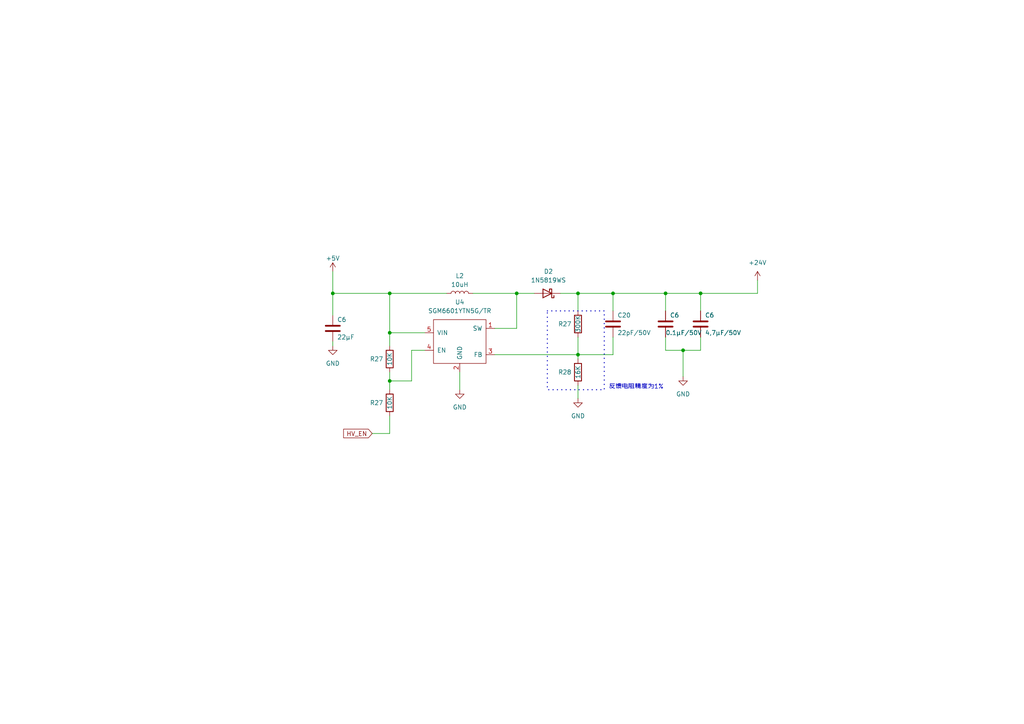
<source format=kicad_sch>
(kicad_sch (version 20230121) (generator eeschema)

  (uuid c4be5d85-fbd5-472f-a56c-e10795e7f281)

  (paper "A4")

  (title_block
    (title "ChronoVolt_Control")
    (date "2023-10-07")
    (rev "0.1")
    (company "Final Resolution")
  )

  (lib_symbols
    (symbol "ChronoVolt_Lib:SGM6601YTN5G/TR" (pin_names (offset 1.016)) (in_bom yes) (on_board yes)
      (property "Reference" "U" (at 0 7.62 0)
        (effects (font (size 1.27 1.27)))
      )
      (property "Value" "SGM6601YTN5G/TR" (at 0 10.16 0)
        (effects (font (size 1.27 1.27)))
      )
      (property "Footprint" "Package_TO_SOT_SMD:TSOT-23-5" (at 0 12.7 0)
        (effects (font (size 1.27 1.27)) hide)
      )
      (property "Datasheet" "" (at 0 -2.032 0)
        (effects (font (size 1.27 1.27)) hide)
      )
      (symbol "SGM6601YTN5G/TR_1_1"
        (rectangle (start -7.62 6.35) (end 7.62 -6.35)
          (stroke (width 0.1524) (type default))
          (fill (type none))
        )
        (pin input line (at 10.16 3.81 180) (length 2.54)
          (name "SW" (effects (font (size 1.27 1.27))))
          (number "1" (effects (font (size 1.27 1.27))))
        )
        (pin input line (at 0 -8.89 90) (length 2.54)
          (name "GND" (effects (font (size 1.27 1.27))))
          (number "2" (effects (font (size 1.27 1.27))))
        )
        (pin input line (at 10.16 -3.81 180) (length 2.54)
          (name "FB" (effects (font (size 1.27 1.27))))
          (number "3" (effects (font (size 1.27 1.27))))
        )
        (pin input line (at -10.16 -2.54 0) (length 2.54)
          (name "EN" (effects (font (size 1.27 1.27))))
          (number "4" (effects (font (size 1.27 1.27))))
        )
        (pin input line (at -10.16 2.54 0) (length 2.54)
          (name "VIN" (effects (font (size 1.27 1.27))))
          (number "5" (effects (font (size 1.27 1.27))))
        )
      )
    )
    (symbol "Device:C" (pin_numbers hide) (pin_names (offset 0.254)) (in_bom yes) (on_board yes)
      (property "Reference" "C" (at 0.635 2.54 0)
        (effects (font (size 1.27 1.27)) (justify left))
      )
      (property "Value" "C" (at 0.635 -2.54 0)
        (effects (font (size 1.27 1.27)) (justify left))
      )
      (property "Footprint" "" (at 0.9652 -3.81 0)
        (effects (font (size 1.27 1.27)) hide)
      )
      (property "Datasheet" "~" (at 0 0 0)
        (effects (font (size 1.27 1.27)) hide)
      )
      (property "ki_keywords" "cap capacitor" (at 0 0 0)
        (effects (font (size 1.27 1.27)) hide)
      )
      (property "ki_description" "Unpolarized capacitor" (at 0 0 0)
        (effects (font (size 1.27 1.27)) hide)
      )
      (property "ki_fp_filters" "C_*" (at 0 0 0)
        (effects (font (size 1.27 1.27)) hide)
      )
      (symbol "C_0_1"
        (polyline
          (pts
            (xy -2.032 -0.762)
            (xy 2.032 -0.762)
          )
          (stroke (width 0.508) (type default))
          (fill (type none))
        )
        (polyline
          (pts
            (xy -2.032 0.762)
            (xy 2.032 0.762)
          )
          (stroke (width 0.508) (type default))
          (fill (type none))
        )
      )
      (symbol "C_1_1"
        (pin passive line (at 0 3.81 270) (length 2.794)
          (name "~" (effects (font (size 1.27 1.27))))
          (number "1" (effects (font (size 1.27 1.27))))
        )
        (pin passive line (at 0 -3.81 90) (length 2.794)
          (name "~" (effects (font (size 1.27 1.27))))
          (number "2" (effects (font (size 1.27 1.27))))
        )
      )
    )
    (symbol "Device:L" (pin_numbers hide) (pin_names (offset 1.016) hide) (in_bom yes) (on_board yes)
      (property "Reference" "L" (at -1.27 0 90)
        (effects (font (size 1.27 1.27)))
      )
      (property "Value" "L" (at 1.905 0 90)
        (effects (font (size 1.27 1.27)))
      )
      (property "Footprint" "" (at 0 0 0)
        (effects (font (size 1.27 1.27)) hide)
      )
      (property "Datasheet" "~" (at 0 0 0)
        (effects (font (size 1.27 1.27)) hide)
      )
      (property "ki_keywords" "inductor choke coil reactor magnetic" (at 0 0 0)
        (effects (font (size 1.27 1.27)) hide)
      )
      (property "ki_description" "Inductor" (at 0 0 0)
        (effects (font (size 1.27 1.27)) hide)
      )
      (property "ki_fp_filters" "Choke_* *Coil* Inductor_* L_*" (at 0 0 0)
        (effects (font (size 1.27 1.27)) hide)
      )
      (symbol "L_0_1"
        (arc (start 0 -2.54) (mid 0.6323 -1.905) (end 0 -1.27)
          (stroke (width 0) (type default))
          (fill (type none))
        )
        (arc (start 0 -1.27) (mid 0.6323 -0.635) (end 0 0)
          (stroke (width 0) (type default))
          (fill (type none))
        )
        (arc (start 0 0) (mid 0.6323 0.635) (end 0 1.27)
          (stroke (width 0) (type default))
          (fill (type none))
        )
        (arc (start 0 1.27) (mid 0.6323 1.905) (end 0 2.54)
          (stroke (width 0) (type default))
          (fill (type none))
        )
      )
      (symbol "L_1_1"
        (pin passive line (at 0 3.81 270) (length 1.27)
          (name "1" (effects (font (size 1.27 1.27))))
          (number "1" (effects (font (size 1.27 1.27))))
        )
        (pin passive line (at 0 -3.81 90) (length 1.27)
          (name "2" (effects (font (size 1.27 1.27))))
          (number "2" (effects (font (size 1.27 1.27))))
        )
      )
    )
    (symbol "Device:R" (pin_numbers hide) (pin_names (offset 0)) (in_bom yes) (on_board yes)
      (property "Reference" "R" (at 2.032 0 90)
        (effects (font (size 1.27 1.27)))
      )
      (property "Value" "R" (at 0 0 90)
        (effects (font (size 1.27 1.27)))
      )
      (property "Footprint" "" (at -1.778 0 90)
        (effects (font (size 1.27 1.27)) hide)
      )
      (property "Datasheet" "~" (at 0 0 0)
        (effects (font (size 1.27 1.27)) hide)
      )
      (property "ki_keywords" "R res resistor" (at 0 0 0)
        (effects (font (size 1.27 1.27)) hide)
      )
      (property "ki_description" "Resistor" (at 0 0 0)
        (effects (font (size 1.27 1.27)) hide)
      )
      (property "ki_fp_filters" "R_*" (at 0 0 0)
        (effects (font (size 1.27 1.27)) hide)
      )
      (symbol "R_0_1"
        (rectangle (start -1.016 -2.54) (end 1.016 2.54)
          (stroke (width 0.254) (type default))
          (fill (type none))
        )
      )
      (symbol "R_1_1"
        (pin passive line (at 0 3.81 270) (length 1.27)
          (name "~" (effects (font (size 1.27 1.27))))
          (number "1" (effects (font (size 1.27 1.27))))
        )
        (pin passive line (at 0 -3.81 90) (length 1.27)
          (name "~" (effects (font (size 1.27 1.27))))
          (number "2" (effects (font (size 1.27 1.27))))
        )
      )
    )
    (symbol "Diode:1N5819WS" (pin_numbers hide) (pin_names (offset 1.016) hide) (in_bom yes) (on_board yes)
      (property "Reference" "D" (at 0 2.54 0)
        (effects (font (size 1.27 1.27)))
      )
      (property "Value" "1N5819WS" (at 0 -2.54 0)
        (effects (font (size 1.27 1.27)))
      )
      (property "Footprint" "Diode_SMD:D_SOD-323" (at 0 -4.445 0)
        (effects (font (size 1.27 1.27)) hide)
      )
      (property "Datasheet" "https://datasheet.lcsc.com/lcsc/2204281430_Guangdong-Hottech-1N5819WS_C191023.pdf" (at 0 0 0)
        (effects (font (size 1.27 1.27)) hide)
      )
      (property "ki_keywords" "diode Schottky" (at 0 0 0)
        (effects (font (size 1.27 1.27)) hide)
      )
      (property "ki_description" "40V 600mV@1A 1A SOD-323 Schottky Barrier Diodes, SOD-323" (at 0 0 0)
        (effects (font (size 1.27 1.27)) hide)
      )
      (property "ki_fp_filters" "D*SOD?323*" (at 0 0 0)
        (effects (font (size 1.27 1.27)) hide)
      )
      (symbol "1N5819WS_0_1"
        (polyline
          (pts
            (xy 1.27 0)
            (xy -1.27 0)
          )
          (stroke (width 0) (type default))
          (fill (type none))
        )
        (polyline
          (pts
            (xy 1.27 1.27)
            (xy 1.27 -1.27)
            (xy -1.27 0)
            (xy 1.27 1.27)
          )
          (stroke (width 0.254) (type default))
          (fill (type none))
        )
        (polyline
          (pts
            (xy -1.905 0.635)
            (xy -1.905 1.27)
            (xy -1.27 1.27)
            (xy -1.27 -1.27)
            (xy -0.635 -1.27)
            (xy -0.635 -0.635)
          )
          (stroke (width 0.254) (type default))
          (fill (type none))
        )
      )
      (symbol "1N5819WS_1_1"
        (pin passive line (at -3.81 0 0) (length 2.54)
          (name "K" (effects (font (size 1.27 1.27))))
          (number "1" (effects (font (size 1.27 1.27))))
        )
        (pin passive line (at 3.81 0 180) (length 2.54)
          (name "A" (effects (font (size 1.27 1.27))))
          (number "2" (effects (font (size 1.27 1.27))))
        )
      )
    )
    (symbol "power:+24V" (power) (pin_names (offset 0)) (in_bom yes) (on_board yes)
      (property "Reference" "#PWR" (at 0 -3.81 0)
        (effects (font (size 1.27 1.27)) hide)
      )
      (property "Value" "+24V" (at 0 3.556 0)
        (effects (font (size 1.27 1.27)))
      )
      (property "Footprint" "" (at 0 0 0)
        (effects (font (size 1.27 1.27)) hide)
      )
      (property "Datasheet" "" (at 0 0 0)
        (effects (font (size 1.27 1.27)) hide)
      )
      (property "ki_keywords" "global power" (at 0 0 0)
        (effects (font (size 1.27 1.27)) hide)
      )
      (property "ki_description" "Power symbol creates a global label with name \"+24V\"" (at 0 0 0)
        (effects (font (size 1.27 1.27)) hide)
      )
      (symbol "+24V_0_1"
        (polyline
          (pts
            (xy -0.762 1.27)
            (xy 0 2.54)
          )
          (stroke (width 0) (type default))
          (fill (type none))
        )
        (polyline
          (pts
            (xy 0 0)
            (xy 0 2.54)
          )
          (stroke (width 0) (type default))
          (fill (type none))
        )
        (polyline
          (pts
            (xy 0 2.54)
            (xy 0.762 1.27)
          )
          (stroke (width 0) (type default))
          (fill (type none))
        )
      )
      (symbol "+24V_1_1"
        (pin power_in line (at 0 0 90) (length 0) hide
          (name "+24V" (effects (font (size 1.27 1.27))))
          (number "1" (effects (font (size 1.27 1.27))))
        )
      )
    )
    (symbol "power:+5V" (power) (pin_names (offset 0)) (in_bom yes) (on_board yes)
      (property "Reference" "#PWR" (at 0 -3.81 0)
        (effects (font (size 1.27 1.27)) hide)
      )
      (property "Value" "+5V" (at 0 3.556 0)
        (effects (font (size 1.27 1.27)))
      )
      (property "Footprint" "" (at 0 0 0)
        (effects (font (size 1.27 1.27)) hide)
      )
      (property "Datasheet" "" (at 0 0 0)
        (effects (font (size 1.27 1.27)) hide)
      )
      (property "ki_keywords" "power-flag" (at 0 0 0)
        (effects (font (size 1.27 1.27)) hide)
      )
      (property "ki_description" "Power symbol creates a global label with name \"+5V\"" (at 0 0 0)
        (effects (font (size 1.27 1.27)) hide)
      )
      (symbol "+5V_0_1"
        (polyline
          (pts
            (xy -0.762 1.27)
            (xy 0 2.54)
          )
          (stroke (width 0) (type default))
          (fill (type none))
        )
        (polyline
          (pts
            (xy 0 0)
            (xy 0 2.54)
          )
          (stroke (width 0) (type default))
          (fill (type none))
        )
        (polyline
          (pts
            (xy 0 2.54)
            (xy 0.762 1.27)
          )
          (stroke (width 0) (type default))
          (fill (type none))
        )
      )
      (symbol "+5V_1_1"
        (pin power_in line (at 0 0 90) (length 0) hide
          (name "+5V" (effects (font (size 1.27 1.27))))
          (number "1" (effects (font (size 1.27 1.27))))
        )
      )
    )
    (symbol "power:GND" (power) (pin_names (offset 0)) (in_bom yes) (on_board yes)
      (property "Reference" "#PWR" (at 0 -6.35 0)
        (effects (font (size 1.27 1.27)) hide)
      )
      (property "Value" "GND" (at 0 -3.81 0)
        (effects (font (size 1.27 1.27)))
      )
      (property "Footprint" "" (at 0 0 0)
        (effects (font (size 1.27 1.27)) hide)
      )
      (property "Datasheet" "" (at 0 0 0)
        (effects (font (size 1.27 1.27)) hide)
      )
      (property "ki_keywords" "global power" (at 0 0 0)
        (effects (font (size 1.27 1.27)) hide)
      )
      (property "ki_description" "Power symbol creates a global label with name \"GND\" , ground" (at 0 0 0)
        (effects (font (size 1.27 1.27)) hide)
      )
      (symbol "GND_0_1"
        (polyline
          (pts
            (xy 0 0)
            (xy 0 -1.27)
            (xy 1.27 -1.27)
            (xy 0 -2.54)
            (xy -1.27 -1.27)
            (xy 0 -1.27)
          )
          (stroke (width 0) (type default))
          (fill (type none))
        )
      )
      (symbol "GND_1_1"
        (pin power_in line (at 0 0 270) (length 0) hide
          (name "GND" (effects (font (size 1.27 1.27))))
          (number "1" (effects (font (size 1.27 1.27))))
        )
      )
    )
  )

  (junction (at 96.52 85.09) (diameter 0) (color 0 0 0 0)
    (uuid 125169d1-b6f9-4ad4-975a-7a9fda85c30c)
  )
  (junction (at 113.03 96.52) (diameter 0) (color 0 0 0 0)
    (uuid 4d143e95-e9bf-4dd5-8e8f-b3d3250c489f)
  )
  (junction (at 203.2 85.09) (diameter 0) (color 0 0 0 0)
    (uuid 7518fb6c-a3fb-49c5-867c-31729fd3b7d4)
  )
  (junction (at 177.8 85.09) (diameter 0) (color 0 0 0 0)
    (uuid 7882c320-858d-4a4c-8873-79d351a5c99e)
  )
  (junction (at 167.64 85.09) (diameter 0) (color 0 0 0 0)
    (uuid 80e5e4ab-0261-489d-b911-f41b56aeb490)
  )
  (junction (at 167.64 102.87) (diameter 0) (color 0 0 0 0)
    (uuid b29cd824-f518-4647-9687-7b12e3c40296)
  )
  (junction (at 113.03 85.09) (diameter 0) (color 0 0 0 0)
    (uuid d40bd037-7a58-4a2b-8f79-49b2031c0804)
  )
  (junction (at 193.04 85.09) (diameter 0) (color 0 0 0 0)
    (uuid e304d70c-48c5-4b8d-927d-8006a849a288)
  )
  (junction (at 198.12 101.6) (diameter 0) (color 0 0 0 0)
    (uuid e6bd2ccb-4780-4ea0-8146-ee4a02c75d19)
  )
  (junction (at 113.03 110.49) (diameter 0) (color 0 0 0 0)
    (uuid f1e0f66e-6192-4924-b5db-0d7db448a0c0)
  )
  (junction (at 149.86 85.09) (diameter 0) (color 0 0 0 0)
    (uuid fa68bc41-76e7-4718-825f-367c36dd4a50)
  )

  (wire (pts (xy 177.8 90.17) (xy 177.8 85.09))
    (stroke (width 0) (type default))
    (uuid 00e87074-07a8-4a0d-95fc-77874d10e7bc)
  )
  (wire (pts (xy 113.03 110.49) (xy 113.03 113.03))
    (stroke (width 0) (type default))
    (uuid 05c57016-9b00-4c12-bc7b-3e3b423e80c7)
  )
  (wire (pts (xy 149.86 95.25) (xy 149.86 85.09))
    (stroke (width 0) (type default))
    (uuid 06c20e52-5e9a-4920-9b73-cacda301a89e)
  )
  (wire (pts (xy 129.54 85.09) (xy 113.03 85.09))
    (stroke (width 0) (type default))
    (uuid 07766cc9-a30a-4ce1-8d4a-07f7327b7b32)
  )
  (wire (pts (xy 96.52 99.06) (xy 96.52 100.33))
    (stroke (width 0) (type default))
    (uuid 13891f9c-1a21-4aab-a670-ced1c3f105ed)
  )
  (wire (pts (xy 137.16 85.09) (xy 149.86 85.09))
    (stroke (width 0) (type default))
    (uuid 190a63d9-46fd-400b-9bc0-9e479388103f)
  )
  (wire (pts (xy 198.12 101.6) (xy 193.04 101.6))
    (stroke (width 0) (type default))
    (uuid 1b81eef8-0355-4514-9852-5670b469203f)
  )
  (wire (pts (xy 193.04 85.09) (xy 203.2 85.09))
    (stroke (width 0) (type default))
    (uuid 1ba852a6-029f-40e6-a453-6cccd33957b2)
  )
  (wire (pts (xy 219.71 85.09) (xy 219.71 81.28))
    (stroke (width 0) (type default))
    (uuid 27d0e519-6d90-4dd7-86d1-5b41823f97bf)
  )
  (wire (pts (xy 198.12 101.6) (xy 198.12 109.22))
    (stroke (width 0) (type default))
    (uuid 28bdbf24-dfe1-44aa-b5d8-ef70c3bc7a1b)
  )
  (wire (pts (xy 193.04 90.17) (xy 193.04 85.09))
    (stroke (width 0) (type default))
    (uuid 2c4e5c52-da67-4e4e-9113-b9fb5864cedf)
  )
  (wire (pts (xy 119.38 110.49) (xy 113.03 110.49))
    (stroke (width 0) (type default))
    (uuid 33000533-5fc2-43ce-8a69-1b66bb484555)
  )
  (wire (pts (xy 113.03 96.52) (xy 113.03 100.33))
    (stroke (width 0) (type default))
    (uuid 3dd74121-a6a1-4723-8254-431daab5a0b5)
  )
  (wire (pts (xy 133.35 113.03) (xy 133.35 107.95))
    (stroke (width 0) (type default))
    (uuid 3f2baee1-9750-4406-833c-90b504a389c6)
  )
  (wire (pts (xy 143.51 102.87) (xy 167.64 102.87))
    (stroke (width 0) (type default))
    (uuid 45691aa7-1e87-45e9-b2b3-041af8df6e59)
  )
  (wire (pts (xy 162.56 85.09) (xy 167.64 85.09))
    (stroke (width 0) (type default))
    (uuid 49395605-9d3f-4a4e-a4ff-09117a2bf38d)
  )
  (wire (pts (xy 96.52 85.09) (xy 96.52 91.44))
    (stroke (width 0) (type default))
    (uuid 4b0dbe13-d544-4c5e-84d7-2c8f64b5b1d4)
  )
  (wire (pts (xy 113.03 125.73) (xy 113.03 120.65))
    (stroke (width 0) (type default))
    (uuid 4c1dead0-d565-47be-a338-5c9e2c397d6c)
  )
  (wire (pts (xy 113.03 110.49) (xy 113.03 107.95))
    (stroke (width 0) (type default))
    (uuid 4f9d03eb-3c19-461d-8252-260a789f1719)
  )
  (wire (pts (xy 113.03 85.09) (xy 96.52 85.09))
    (stroke (width 0) (type default))
    (uuid 68344fa9-e6f3-4c63-b4fc-250fdd2aedf7)
  )
  (wire (pts (xy 107.95 125.73) (xy 113.03 125.73))
    (stroke (width 0) (type default))
    (uuid 6c6dc6ac-81bd-4542-adcc-01a83d9c04be)
  )
  (wire (pts (xy 149.86 85.09) (xy 154.94 85.09))
    (stroke (width 0) (type default))
    (uuid 6f513ff1-e682-429e-ad24-669f62354d60)
  )
  (wire (pts (xy 193.04 97.79) (xy 193.04 101.6))
    (stroke (width 0) (type default))
    (uuid 74687fde-0f0f-4314-b7e3-c5bbd74b386b)
  )
  (wire (pts (xy 203.2 90.17) (xy 203.2 85.09))
    (stroke (width 0) (type default))
    (uuid 7b8e69d4-cf7f-49b9-a23e-885df31af9f2)
  )
  (wire (pts (xy 119.38 101.6) (xy 119.38 110.49))
    (stroke (width 0) (type default))
    (uuid 801bdb1a-1fb9-498c-a6bd-379bdfcf613d)
  )
  (wire (pts (xy 198.12 101.6) (xy 203.2 101.6))
    (stroke (width 0) (type default))
    (uuid 80c0125e-5c32-46a1-8129-2e9b83f4098b)
  )
  (wire (pts (xy 177.8 85.09) (xy 193.04 85.09))
    (stroke (width 0) (type default))
    (uuid 836fd0cc-f94e-493d-8883-b4f87e8df66d)
  )
  (wire (pts (xy 123.19 101.6) (xy 119.38 101.6))
    (stroke (width 0) (type default))
    (uuid 85a2f7b5-976c-473c-b47f-8b19f871b3ee)
  )
  (wire (pts (xy 203.2 85.09) (xy 219.71 85.09))
    (stroke (width 0) (type default))
    (uuid 85c9dcf1-0405-45a2-9c56-6b2eee600f81)
  )
  (wire (pts (xy 143.51 95.25) (xy 149.86 95.25))
    (stroke (width 0) (type default))
    (uuid 959b4037-edb2-41f6-aec9-2e16e767b616)
  )
  (wire (pts (xy 177.8 97.79) (xy 177.8 102.87))
    (stroke (width 0) (type default))
    (uuid a04c6e3b-3d7d-4272-98eb-66df0805ad52)
  )
  (wire (pts (xy 167.64 102.87) (xy 167.64 104.14))
    (stroke (width 0) (type default))
    (uuid c415476b-b998-4d41-a19a-ae26f4ca56b4)
  )
  (wire (pts (xy 96.52 78.74) (xy 96.52 85.09))
    (stroke (width 0) (type default))
    (uuid cbbb12f0-8297-41c2-97c9-7083532fa38b)
  )
  (wire (pts (xy 113.03 96.52) (xy 113.03 85.09))
    (stroke (width 0) (type default))
    (uuid cdd3e473-4acf-4f21-839e-dcba8eeed16f)
  )
  (wire (pts (xy 177.8 85.09) (xy 167.64 85.09))
    (stroke (width 0) (type default))
    (uuid d5b7b4e8-0875-42a1-b403-e27870dd21a9)
  )
  (wire (pts (xy 167.64 97.79) (xy 167.64 102.87))
    (stroke (width 0) (type default))
    (uuid d5bb34fd-f841-4f3e-8e60-70d1edc9fe54)
  )
  (wire (pts (xy 203.2 97.79) (xy 203.2 101.6))
    (stroke (width 0) (type default))
    (uuid d7915b9b-b42a-4c7b-9adc-2ab12660e64c)
  )
  (wire (pts (xy 167.64 102.87) (xy 177.8 102.87))
    (stroke (width 0) (type default))
    (uuid df3c396d-bc27-4a62-bedd-869d829967c6)
  )
  (wire (pts (xy 123.19 96.52) (xy 113.03 96.52))
    (stroke (width 0) (type default))
    (uuid e8bcf437-44bc-4a14-b826-40a39faf7a32)
  )
  (wire (pts (xy 167.64 111.76) (xy 167.64 115.57))
    (stroke (width 0) (type default))
    (uuid ee123c8a-b6a9-49d6-81fe-b517634ff592)
  )
  (wire (pts (xy 167.64 85.09) (xy 167.64 90.17))
    (stroke (width 0) (type default))
    (uuid ef3c1081-9144-49f2-80cb-4569728efff6)
  )

  (rectangle (start 158.75 90.17) (end 175.26 113.03)
    (stroke (width 0.3) (type dot))
    (fill (type none))
    (uuid e5bfaa65-876c-44d8-a557-69f046a66797)
  )

  (text "反馈电阻精度为1%" (at 176.53 113.03 0)
    (effects (font (size 1.27 1.27)) (justify left bottom))
    (uuid 6b834387-4665-43ee-9fa5-e6e01ce7cb24)
  )

  (global_label "HV_EN" (shape input) (at 107.95 125.73 180) (fields_autoplaced)
    (effects (font (size 1.27 1.27)) (justify right))
    (uuid 6331189b-6e6e-4314-821d-e91a04a9045c)
    (property "Intersheetrefs" "${INTERSHEET_REFS}" (at 99.178 125.73 0)
      (effects (font (size 1.27 1.27)) (justify right) hide)
    )
  )

  (symbol (lib_id "Device:C") (at 177.8 93.98 0) (unit 1)
    (in_bom yes) (on_board yes) (dnp no)
    (uuid 1cec2b52-f7fb-4d57-b22c-3b49e5efd766)
    (property "Reference" "C20" (at 179.07 91.44 0)
      (effects (font (size 1.27 1.27)) (justify left))
    )
    (property "Value" "22pF/50V" (at 179.07 96.52 0)
      (effects (font (size 1.27 1.27)) (justify left))
    )
    (property "Footprint" "Capacitor_SMD:C_0603_1608Metric" (at 178.7652 97.79 0)
      (effects (font (size 1.27 1.27)) hide)
    )
    (property "Datasheet" "~" (at 177.8 93.98 0)
      (effects (font (size 1.27 1.27)) hide)
    )
    (pin "1" (uuid 8d454549-562e-4c1e-8f84-ae418c031b21))
    (pin "2" (uuid 3bffc973-22c0-4856-834c-85b2fe8ab8dd))
    (instances
      (project "Final_ESPNoob_RevA_1006"
        (path "/020f851d-ff42-49ee-a080-0144446afa6e"
          (reference "C20") (unit 1)
        )
      )
      (project "ChronoVolt_Control"
        (path "/cceb3d39-99f1-4cc7-aa1d-f414cbebc8ea/2c82cc8a-d941-4fe9-9aeb-579d54d6db01"
          (reference "C2") (unit 1)
        )
        (path "/cceb3d39-99f1-4cc7-aa1d-f414cbebc8ea/b093c988-cfbb-4967-acff-4c3e523ec5a1"
          (reference "C6") (unit 1)
        )
      )
    )
  )

  (symbol (lib_id "power:GND") (at 167.64 115.57 0) (unit 1)
    (in_bom yes) (on_board yes) (dnp no) (fields_autoplaced)
    (uuid 280c7ab0-c366-4fde-9063-09fc2c76fffe)
    (property "Reference" "#PWR051" (at 167.64 121.92 0)
      (effects (font (size 1.27 1.27)) hide)
    )
    (property "Value" "GND" (at 167.64 120.65 0)
      (effects (font (size 1.27 1.27)))
    )
    (property "Footprint" "" (at 167.64 115.57 0)
      (effects (font (size 1.27 1.27)) hide)
    )
    (property "Datasheet" "" (at 167.64 115.57 0)
      (effects (font (size 1.27 1.27)) hide)
    )
    (pin "1" (uuid 24915bbd-4c97-4c74-90c1-76fa4ff0ee67))
    (instances
      (project "Final_ESPNoob_RevA_1006"
        (path "/020f851d-ff42-49ee-a080-0144446afa6e"
          (reference "#PWR051") (unit 1)
        )
      )
      (project "ChronoVolt_Control"
        (path "/cceb3d39-99f1-4cc7-aa1d-f414cbebc8ea/2c82cc8a-d941-4fe9-9aeb-579d54d6db01"
          (reference "#PWR07") (unit 1)
        )
        (path "/cceb3d39-99f1-4cc7-aa1d-f414cbebc8ea/b093c988-cfbb-4967-acff-4c3e523ec5a1"
          (reference "#PWR030") (unit 1)
        )
      )
    )
  )

  (symbol (lib_id "power:GND") (at 133.35 113.03 0) (unit 1)
    (in_bom yes) (on_board yes) (dnp no) (fields_autoplaced)
    (uuid 29572020-1019-49cd-810b-eff0fe408c88)
    (property "Reference" "#PWR015" (at 133.35 119.38 0)
      (effects (font (size 1.27 1.27)) hide)
    )
    (property "Value" "GND" (at 133.35 118.11 0)
      (effects (font (size 1.27 1.27)))
    )
    (property "Footprint" "" (at 133.35 113.03 0)
      (effects (font (size 1.27 1.27)) hide)
    )
    (property "Datasheet" "" (at 133.35 113.03 0)
      (effects (font (size 1.27 1.27)) hide)
    )
    (pin "1" (uuid 18aaf8bf-2fb7-44bd-8c0c-ea98e4009b92))
    (instances
      (project "ChronoVolt_Control"
        (path "/cceb3d39-99f1-4cc7-aa1d-f414cbebc8ea/b093c988-cfbb-4967-acff-4c3e523ec5a1"
          (reference "#PWR015") (unit 1)
        )
      )
    )
  )

  (symbol (lib_id "power:+5V") (at 96.52 78.74 0) (unit 1)
    (in_bom yes) (on_board yes) (dnp no)
    (uuid 3b7e1860-91d1-49dc-8129-73bb3650afec)
    (property "Reference" "#PWR029" (at 96.52 82.55 0)
      (effects (font (size 1.27 1.27)) hide)
    )
    (property "Value" "+5V" (at 96.52 74.93 0)
      (effects (font (size 1.27 1.27)))
    )
    (property "Footprint" "" (at 96.52 78.74 0)
      (effects (font (size 1.27 1.27)) hide)
    )
    (property "Datasheet" "" (at 96.52 78.74 0)
      (effects (font (size 1.27 1.27)) hide)
    )
    (pin "1" (uuid 0c9a28af-90be-4985-bf49-18007ca3a4b7))
    (instances
      (project "Final_ESPNoob_RevA_1006"
        (path "/020f851d-ff42-49ee-a080-0144446afa6e"
          (reference "#PWR029") (unit 1)
        )
      )
      (project "ChronoVolt_Control"
        (path "/cceb3d39-99f1-4cc7-aa1d-f414cbebc8ea/2c82cc8a-d941-4fe9-9aeb-579d54d6db01"
          (reference "#PWR04") (unit 1)
        )
        (path "/cceb3d39-99f1-4cc7-aa1d-f414cbebc8ea/b093c988-cfbb-4967-acff-4c3e523ec5a1"
          (reference "#PWR017") (unit 1)
        )
      )
    )
  )

  (symbol (lib_id "power:GND") (at 198.12 109.22 0) (unit 1)
    (in_bom yes) (on_board yes) (dnp no) (fields_autoplaced)
    (uuid 654e93dc-1c5b-4b22-b8fe-8170db2db139)
    (property "Reference" "#PWR030" (at 198.12 115.57 0)
      (effects (font (size 1.27 1.27)) hide)
    )
    (property "Value" "GND" (at 198.12 114.3 0)
      (effects (font (size 1.27 1.27)))
    )
    (property "Footprint" "" (at 198.12 109.22 0)
      (effects (font (size 1.27 1.27)) hide)
    )
    (property "Datasheet" "" (at 198.12 109.22 0)
      (effects (font (size 1.27 1.27)) hide)
    )
    (pin "1" (uuid fcd6ed5a-1ce0-446c-a369-4a3c1aea1d45))
    (instances
      (project "Final_ESPNoob_RevA_1006"
        (path "/020f851d-ff42-49ee-a080-0144446afa6e"
          (reference "#PWR030") (unit 1)
        )
      )
      (project "ChronoVolt_Control"
        (path "/cceb3d39-99f1-4cc7-aa1d-f414cbebc8ea/2c82cc8a-d941-4fe9-9aeb-579d54d6db01"
          (reference "#PWR05") (unit 1)
        )
        (path "/cceb3d39-99f1-4cc7-aa1d-f414cbebc8ea/b093c988-cfbb-4967-acff-4c3e523ec5a1"
          (reference "#PWR031") (unit 1)
        )
      )
    )
  )

  (symbol (lib_id "Device:R") (at 113.03 116.84 0) (unit 1)
    (in_bom yes) (on_board yes) (dnp no)
    (uuid 7f9db682-1382-4f69-ad4b-52b83910bba8)
    (property "Reference" "R27" (at 109.22 116.84 0)
      (effects (font (size 1.27 1.27)))
    )
    (property "Value" "10K" (at 113.03 116.84 90)
      (effects (font (size 1.27 1.27)))
    )
    (property "Footprint" "Resistor_SMD:R_0603_1608Metric" (at 111.252 116.84 90)
      (effects (font (size 1.27 1.27)) hide)
    )
    (property "Datasheet" "~" (at 113.03 116.84 0)
      (effects (font (size 1.27 1.27)) hide)
    )
    (pin "1" (uuid f25719e0-618c-4b97-b234-8ead1a83105c))
    (pin "2" (uuid 8f5aa6ce-9fe7-47c7-93c7-3c259f85a8ce))
    (instances
      (project "Final_ESPNoob_RevA_1006"
        (path "/020f851d-ff42-49ee-a080-0144446afa6e"
          (reference "R27") (unit 1)
        )
      )
      (project "ChronoVolt_Control"
        (path "/cceb3d39-99f1-4cc7-aa1d-f414cbebc8ea/2c82cc8a-d941-4fe9-9aeb-579d54d6db01"
          (reference "R2") (unit 1)
        )
        (path "/cceb3d39-99f1-4cc7-aa1d-f414cbebc8ea/b093c988-cfbb-4967-acff-4c3e523ec5a1"
          (reference "R13") (unit 1)
        )
      )
    )
  )

  (symbol (lib_id "Device:C") (at 193.04 93.98 0) (unit 1)
    (in_bom yes) (on_board yes) (dnp no)
    (uuid 8af22179-ab4c-4e0e-9147-4704d665819f)
    (property "Reference" "C6" (at 194.31 91.44 0)
      (effects (font (size 1.27 1.27)) (justify left))
    )
    (property "Value" "0.1μF/50V" (at 193.04 96.52 0)
      (effects (font (size 1.27 1.27)) (justify left))
    )
    (property "Footprint" "Capacitor_SMD:C_0603_1608Metric" (at 194.0052 97.79 0)
      (effects (font (size 1.27 1.27)) hide)
    )
    (property "Datasheet" "~" (at 193.04 93.98 0)
      (effects (font (size 1.27 1.27)) hide)
    )
    (pin "1" (uuid 6be0dccd-1d50-425d-bb6a-d9654df1937a))
    (pin "2" (uuid 9cbc2228-3ce1-41a7-8013-de0a78e8abcf))
    (instances
      (project "Final_ESPNoob_RevA_1006"
        (path "/020f851d-ff42-49ee-a080-0144446afa6e"
          (reference "C6") (unit 1)
        )
      )
      (project "ChronoVolt_Control"
        (path "/cceb3d39-99f1-4cc7-aa1d-f414cbebc8ea/2c82cc8a-d941-4fe9-9aeb-579d54d6db01"
          (reference "C1") (unit 1)
        )
        (path "/cceb3d39-99f1-4cc7-aa1d-f414cbebc8ea/b093c988-cfbb-4967-acff-4c3e523ec5a1"
          (reference "C11") (unit 1)
        )
      )
    )
  )

  (symbol (lib_id "power:GND") (at 96.52 100.33 0) (unit 1)
    (in_bom yes) (on_board yes) (dnp no) (fields_autoplaced)
    (uuid 8cd28021-f6ce-46d1-b7db-f89d24c913f2)
    (property "Reference" "#PWR030" (at 96.52 106.68 0)
      (effects (font (size 1.27 1.27)) hide)
    )
    (property "Value" "GND" (at 96.52 105.41 0)
      (effects (font (size 1.27 1.27)))
    )
    (property "Footprint" "" (at 96.52 100.33 0)
      (effects (font (size 1.27 1.27)) hide)
    )
    (property "Datasheet" "" (at 96.52 100.33 0)
      (effects (font (size 1.27 1.27)) hide)
    )
    (pin "1" (uuid 3814ebd5-01cd-4a67-b79d-7ac67fcf9bdd))
    (instances
      (project "Final_ESPNoob_RevA_1006"
        (path "/020f851d-ff42-49ee-a080-0144446afa6e"
          (reference "#PWR030") (unit 1)
        )
      )
      (project "ChronoVolt_Control"
        (path "/cceb3d39-99f1-4cc7-aa1d-f414cbebc8ea/2c82cc8a-d941-4fe9-9aeb-579d54d6db01"
          (reference "#PWR05") (unit 1)
        )
        (path "/cceb3d39-99f1-4cc7-aa1d-f414cbebc8ea/b093c988-cfbb-4967-acff-4c3e523ec5a1"
          (reference "#PWR016") (unit 1)
        )
      )
    )
  )

  (symbol (lib_id "Device:R") (at 113.03 104.14 0) (unit 1)
    (in_bom yes) (on_board yes) (dnp no)
    (uuid 96ae112c-cb57-46e3-b9ad-bf8c88ee1e6a)
    (property "Reference" "R27" (at 109.22 104.14 0)
      (effects (font (size 1.27 1.27)))
    )
    (property "Value" "10K" (at 113.03 104.14 90)
      (effects (font (size 1.27 1.27)))
    )
    (property "Footprint" "Resistor_SMD:R_0603_1608Metric" (at 111.252 104.14 90)
      (effects (font (size 1.27 1.27)) hide)
    )
    (property "Datasheet" "~" (at 113.03 104.14 0)
      (effects (font (size 1.27 1.27)) hide)
    )
    (pin "1" (uuid 631a2585-5491-411b-b0f5-841f4c5ede18))
    (pin "2" (uuid 59560130-0e7e-4391-a029-9dc2582aaeed))
    (instances
      (project "Final_ESPNoob_RevA_1006"
        (path "/020f851d-ff42-49ee-a080-0144446afa6e"
          (reference "R27") (unit 1)
        )
      )
      (project "ChronoVolt_Control"
        (path "/cceb3d39-99f1-4cc7-aa1d-f414cbebc8ea/2c82cc8a-d941-4fe9-9aeb-579d54d6db01"
          (reference "R2") (unit 1)
        )
        (path "/cceb3d39-99f1-4cc7-aa1d-f414cbebc8ea/b093c988-cfbb-4967-acff-4c3e523ec5a1"
          (reference "R6") (unit 1)
        )
      )
    )
  )

  (symbol (lib_id "Device:R") (at 167.64 93.98 0) (unit 1)
    (in_bom yes) (on_board yes) (dnp no)
    (uuid 96f215b2-5851-4cd0-93c4-99c3e5009460)
    (property "Reference" "R27" (at 163.83 93.98 0)
      (effects (font (size 1.27 1.27)))
    )
    (property "Value" "300K" (at 167.64 93.98 90)
      (effects (font (size 1.27 1.27)))
    )
    (property "Footprint" "Resistor_SMD:R_0603_1608Metric" (at 165.862 93.98 90)
      (effects (font (size 1.27 1.27)) hide)
    )
    (property "Datasheet" "~" (at 167.64 93.98 0)
      (effects (font (size 1.27 1.27)) hide)
    )
    (pin "1" (uuid 23894767-271f-4570-8481-9b82c6633b56))
    (pin "2" (uuid 4b538094-dbf7-4670-8efd-2221a7795e0d))
    (instances
      (project "Final_ESPNoob_RevA_1006"
        (path "/020f851d-ff42-49ee-a080-0144446afa6e"
          (reference "R27") (unit 1)
        )
      )
      (project "ChronoVolt_Control"
        (path "/cceb3d39-99f1-4cc7-aa1d-f414cbebc8ea/2c82cc8a-d941-4fe9-9aeb-579d54d6db01"
          (reference "R2") (unit 1)
        )
        (path "/cceb3d39-99f1-4cc7-aa1d-f414cbebc8ea/b093c988-cfbb-4967-acff-4c3e523ec5a1"
          (reference "R4") (unit 1)
        )
      )
    )
  )

  (symbol (lib_id "ChronoVolt_Lib:SGM6601YTN5G/TR") (at 133.35 99.06 0) (unit 1)
    (in_bom yes) (on_board yes) (dnp no) (fields_autoplaced)
    (uuid a21f0a11-bf21-441c-8dc7-c40169710ca0)
    (property "Reference" "U4" (at 133.35 87.63 0)
      (effects (font (size 1.27 1.27)))
    )
    (property "Value" "SGM6601YTN5G/TR" (at 133.35 90.17 0)
      (effects (font (size 1.27 1.27)))
    )
    (property "Footprint" "Package_TO_SOT_SMD:TSOT-23-5" (at 133.35 86.36 0)
      (effects (font (size 1.27 1.27)) hide)
    )
    (property "Datasheet" "" (at 133.35 101.092 0)
      (effects (font (size 1.27 1.27)) hide)
    )
    (pin "1" (uuid b42ed98d-4ba7-4b90-bfce-61ab67ac6b42))
    (pin "2" (uuid 8b8501bd-c9e5-4cea-931b-182c3978096a))
    (pin "3" (uuid 6cd0d353-68f0-4b18-96bf-51b236595e25))
    (pin "4" (uuid aeea920d-a0dc-433c-abe8-db39cab7e176))
    (pin "5" (uuid 5358a56f-a045-4f9a-ac21-d6e55599f89c))
    (instances
      (project "ChronoVolt_Control"
        (path "/cceb3d39-99f1-4cc7-aa1d-f414cbebc8ea/b093c988-cfbb-4967-acff-4c3e523ec5a1"
          (reference "U4") (unit 1)
        )
      )
    )
  )

  (symbol (lib_id "Device:C") (at 96.52 95.25 0) (unit 1)
    (in_bom yes) (on_board yes) (dnp no)
    (uuid c5c9fe57-8cf0-4953-b843-f6451bbfd2f9)
    (property "Reference" "C6" (at 97.79 92.71 0)
      (effects (font (size 1.27 1.27)) (justify left))
    )
    (property "Value" "22μF" (at 97.79 97.79 0)
      (effects (font (size 1.27 1.27)) (justify left))
    )
    (property "Footprint" "Capacitor_SMD:C_0603_1608Metric" (at 97.4852 99.06 0)
      (effects (font (size 1.27 1.27)) hide)
    )
    (property "Datasheet" "~" (at 96.52 95.25 0)
      (effects (font (size 1.27 1.27)) hide)
    )
    (pin "1" (uuid beffc6e1-ca90-4b53-ab13-56bbc492882c))
    (pin "2" (uuid b6920920-437f-4c5f-8e63-43b4bcab0bed))
    (instances
      (project "Final_ESPNoob_RevA_1006"
        (path "/020f851d-ff42-49ee-a080-0144446afa6e"
          (reference "C6") (unit 1)
        )
      )
      (project "ChronoVolt_Control"
        (path "/cceb3d39-99f1-4cc7-aa1d-f414cbebc8ea/2c82cc8a-d941-4fe9-9aeb-579d54d6db01"
          (reference "C1") (unit 1)
        )
        (path "/cceb3d39-99f1-4cc7-aa1d-f414cbebc8ea/b093c988-cfbb-4967-acff-4c3e523ec5a1"
          (reference "C5") (unit 1)
        )
      )
    )
  )

  (symbol (lib_id "Device:L") (at 133.35 85.09 90) (unit 1)
    (in_bom yes) (on_board yes) (dnp no) (fields_autoplaced)
    (uuid c6170224-735a-4953-83fe-8b6803112ac4)
    (property "Reference" "L2" (at 133.35 80.01 90)
      (effects (font (size 1.27 1.27)))
    )
    (property "Value" "10uH" (at 133.35 82.55 90)
      (effects (font (size 1.27 1.27)))
    )
    (property "Footprint" "Inductor_SMD:L_1008_2520Metric" (at 133.35 85.09 0)
      (effects (font (size 1.27 1.27)) hide)
    )
    (property "Datasheet" "~" (at 133.35 85.09 0)
      (effects (font (size 1.27 1.27)) hide)
    )
    (pin "1" (uuid 02c738b8-1722-4601-af50-78a87a643d73))
    (pin "2" (uuid 2135196b-d278-43a3-a8aa-847a51a43fc9))
    (instances
      (project "ChronoVolt_Control"
        (path "/cceb3d39-99f1-4cc7-aa1d-f414cbebc8ea/b093c988-cfbb-4967-acff-4c3e523ec5a1"
          (reference "L2") (unit 1)
        )
      )
    )
  )

  (symbol (lib_id "Diode:1N5819WS") (at 158.75 85.09 180) (unit 1)
    (in_bom yes) (on_board yes) (dnp no) (fields_autoplaced)
    (uuid d4ffac93-9737-4063-8381-872b492fe5c0)
    (property "Reference" "D2" (at 159.0675 78.74 0)
      (effects (font (size 1.27 1.27)))
    )
    (property "Value" "1N5819WS" (at 159.0675 81.28 0)
      (effects (font (size 1.27 1.27)))
    )
    (property "Footprint" "Diode_SMD:D_SOD-323" (at 158.75 80.645 0)
      (effects (font (size 1.27 1.27)) hide)
    )
    (property "Datasheet" "https://datasheet.lcsc.com/lcsc/2204281430_Guangdong-Hottech-1N5819WS_C191023.pdf" (at 158.75 85.09 0)
      (effects (font (size 1.27 1.27)) hide)
    )
    (pin "1" (uuid 502fdd83-f7a1-43f0-965b-476f12d4406d))
    (pin "2" (uuid 881deb70-0909-4813-97ee-8307a24c6c36))
    (instances
      (project "ChronoVolt_Control"
        (path "/cceb3d39-99f1-4cc7-aa1d-f414cbebc8ea/b093c988-cfbb-4967-acff-4c3e523ec5a1"
          (reference "D2") (unit 1)
        )
      )
    )
  )

  (symbol (lib_id "Device:R") (at 167.64 107.95 0) (unit 1)
    (in_bom yes) (on_board yes) (dnp no)
    (uuid d841593b-f221-42ef-9fcd-3b26559eefa7)
    (property "Reference" "R28" (at 163.83 107.95 0)
      (effects (font (size 1.27 1.27)))
    )
    (property "Value" "16K" (at 167.64 107.95 90)
      (effects (font (size 1.27 1.27)))
    )
    (property "Footprint" "Resistor_SMD:R_0603_1608Metric" (at 165.862 107.95 90)
      (effects (font (size 1.27 1.27)) hide)
    )
    (property "Datasheet" "~" (at 167.64 107.95 0)
      (effects (font (size 1.27 1.27)) hide)
    )
    (pin "1" (uuid d424fef4-8390-4019-9cf2-9a1d3439dcc5))
    (pin "2" (uuid ee1b53db-3096-44ce-9633-ac1b876c3d30))
    (instances
      (project "Final_ESPNoob_RevA_1006"
        (path "/020f851d-ff42-49ee-a080-0144446afa6e"
          (reference "R28") (unit 1)
        )
      )
      (project "ChronoVolt_Control"
        (path "/cceb3d39-99f1-4cc7-aa1d-f414cbebc8ea/2c82cc8a-d941-4fe9-9aeb-579d54d6db01"
          (reference "R3") (unit 1)
        )
        (path "/cceb3d39-99f1-4cc7-aa1d-f414cbebc8ea/b093c988-cfbb-4967-acff-4c3e523ec5a1"
          (reference "R5") (unit 1)
        )
      )
    )
  )

  (symbol (lib_id "power:+24V") (at 219.71 81.28 0) (unit 1)
    (in_bom yes) (on_board yes) (dnp no) (fields_autoplaced)
    (uuid e38b94bd-1ec4-407e-9d4d-53ed2abfe4ea)
    (property "Reference" "#PWR032" (at 219.71 85.09 0)
      (effects (font (size 1.27 1.27)) hide)
    )
    (property "Value" "+24V" (at 219.71 76.2 0)
      (effects (font (size 1.27 1.27)))
    )
    (property "Footprint" "" (at 219.71 81.28 0)
      (effects (font (size 1.27 1.27)) hide)
    )
    (property "Datasheet" "" (at 219.71 81.28 0)
      (effects (font (size 1.27 1.27)) hide)
    )
    (pin "1" (uuid eb9bd248-51f9-45ea-994d-016c6a9b2fb0))
    (instances
      (project "ChronoVolt_Control"
        (path "/cceb3d39-99f1-4cc7-aa1d-f414cbebc8ea/b093c988-cfbb-4967-acff-4c3e523ec5a1"
          (reference "#PWR032") (unit 1)
        )
      )
    )
  )

  (symbol (lib_id "Device:C") (at 203.2 93.98 0) (unit 1)
    (in_bom yes) (on_board yes) (dnp no)
    (uuid f2d8a478-ff50-496a-b304-de9336dd37eb)
    (property "Reference" "C6" (at 204.47 91.44 0)
      (effects (font (size 1.27 1.27)) (justify left))
    )
    (property "Value" "4,7μF/50V" (at 204.47 96.52 0)
      (effects (font (size 1.27 1.27)) (justify left))
    )
    (property "Footprint" "Capacitor_SMD:C_0603_1608Metric" (at 204.1652 97.79 0)
      (effects (font (size 1.27 1.27)) hide)
    )
    (property "Datasheet" "~" (at 203.2 93.98 0)
      (effects (font (size 1.27 1.27)) hide)
    )
    (pin "1" (uuid 8ec1d1b2-c3d5-4647-a48b-0f1449914806))
    (pin "2" (uuid 6b19b7ed-374a-4882-9fca-4d48e0fd351e))
    (instances
      (project "Final_ESPNoob_RevA_1006"
        (path "/020f851d-ff42-49ee-a080-0144446afa6e"
          (reference "C6") (unit 1)
        )
      )
      (project "ChronoVolt_Control"
        (path "/cceb3d39-99f1-4cc7-aa1d-f414cbebc8ea/2c82cc8a-d941-4fe9-9aeb-579d54d6db01"
          (reference "C1") (unit 1)
        )
        (path "/cceb3d39-99f1-4cc7-aa1d-f414cbebc8ea/b093c988-cfbb-4967-acff-4c3e523ec5a1"
          (reference "C12") (unit 1)
        )
      )
    )
  )
)

</source>
